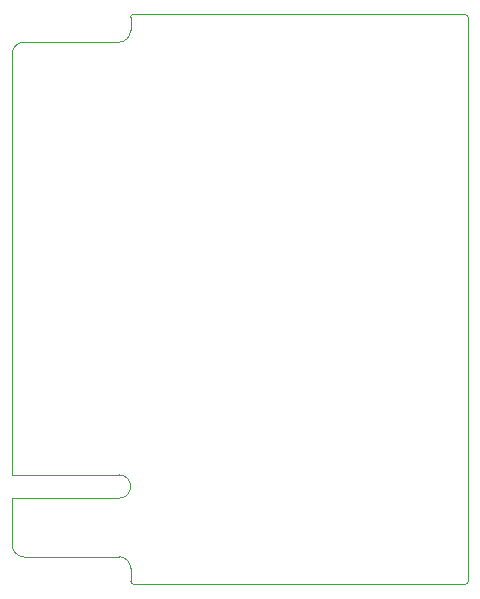
<source format=gm1>
G04 #@! TF.GenerationSoftware,KiCad,Pcbnew,8.0.3*
G04 #@! TF.CreationDate,2024-06-20T09:06:03+12:00*
G04 #@! TF.ProjectId,crt_card_edge_adapter,6372745f-6361-4726-945f-656467655f61,rev?*
G04 #@! TF.SameCoordinates,Original*
G04 #@! TF.FileFunction,Profile,NP*
%FSLAX46Y46*%
G04 Gerber Fmt 4.6, Leading zero omitted, Abs format (unit mm)*
G04 Created by KiCad (PCBNEW 8.0.3) date 2024-06-20 09:06:03*
%MOMM*%
%LPD*%
G01*
G04 APERTURE LIST*
G04 #@! TA.AperFunction,Profile*
%ADD10C,0.050000*%
G04 #@! TD*
G04 #@! TA.AperFunction,Profile*
%ADD11C,0.120000*%
G04 #@! TD*
G04 APERTURE END LIST*
D10*
X124841000Y-68580000D02*
G75*
G02*
X125095000Y-68834000I0J-254000D01*
G01*
X125095000Y-68834000D02*
X125095000Y-116586000D01*
X96520000Y-68834000D02*
G75*
G02*
X96774000Y-68580000I254000J0D01*
G01*
X96774000Y-116840000D02*
G75*
G02*
X96520000Y-116586000I0J254000D01*
G01*
X96774000Y-68580000D02*
X124841000Y-68580000D01*
X96774000Y-116840000D02*
X124841000Y-116840000D01*
X96520000Y-116205000D02*
X96520000Y-116586000D01*
X96520000Y-69215000D02*
X96520000Y-68834000D01*
X125095000Y-116586000D02*
G75*
G02*
X124841000Y-116840000I-254000J0D01*
G01*
D11*
X86490000Y-107560000D02*
X86490000Y-71920000D01*
X86490000Y-107560000D02*
X95530000Y-107560000D01*
X86490000Y-109540000D02*
X86490000Y-113500000D01*
X87480000Y-70930000D02*
X95530000Y-70930000D01*
X87480000Y-114490000D02*
X95530000Y-114490000D01*
X95530000Y-109540000D02*
X86490000Y-109540000D01*
X96520000Y-69940000D02*
X96520000Y-69215000D01*
X96520000Y-115480000D02*
X96520000Y-116205000D01*
X86490000Y-71920000D02*
G75*
G02*
X87480000Y-70930000I989999J1D01*
G01*
X87480000Y-114490000D02*
G75*
G02*
X86490000Y-113500000I0J990000D01*
G01*
X95530000Y-107560000D02*
G75*
G02*
X95530000Y-109540000I0J-990000D01*
G01*
X95530000Y-114490000D02*
G75*
G02*
X96520000Y-115480000I0J-990000D01*
G01*
X96520000Y-69940000D02*
G75*
G02*
X95530000Y-70930000I-989999J-1D01*
G01*
M02*

</source>
